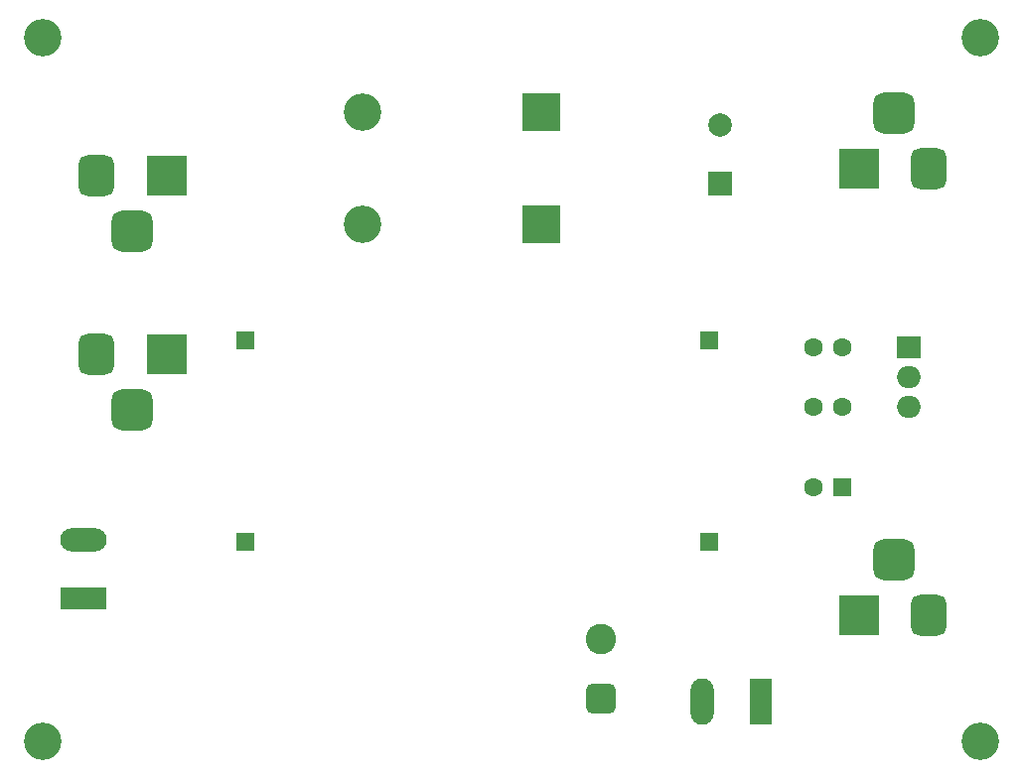
<source format=gts>
%TF.GenerationSoftware,KiCad,Pcbnew,7.0.2-6a45011f42~172~ubuntu22.04.1*%
%TF.CreationDate,2023-04-19T21:38:03+05:30*%
%TF.ProjectId,UPS_for_router,5550535f-666f-4725-9f72-6f757465722e,2*%
%TF.SameCoordinates,Original*%
%TF.FileFunction,Soldermask,Top*%
%TF.FilePolarity,Negative*%
%FSLAX46Y46*%
G04 Gerber Fmt 4.6, Leading zero omitted, Abs format (unit mm)*
G04 Created by KiCad (PCBNEW 7.0.2-6a45011f42~172~ubuntu22.04.1) date 2023-04-19 21:38:03*
%MOMM*%
%LPD*%
G01*
G04 APERTURE LIST*
G04 Aperture macros list*
%AMRoundRect*
0 Rectangle with rounded corners*
0 $1 Rounding radius*
0 $2 $3 $4 $5 $6 $7 $8 $9 X,Y pos of 4 corners*
0 Add a 4 corners polygon primitive as box body*
4,1,4,$2,$3,$4,$5,$6,$7,$8,$9,$2,$3,0*
0 Add four circle primitives for the rounded corners*
1,1,$1+$1,$2,$3*
1,1,$1+$1,$4,$5*
1,1,$1+$1,$6,$7*
1,1,$1+$1,$8,$9*
0 Add four rect primitives between the rounded corners*
20,1,$1+$1,$2,$3,$4,$5,0*
20,1,$1+$1,$4,$5,$6,$7,0*
20,1,$1+$1,$6,$7,$8,$9,0*
20,1,$1+$1,$8,$9,$2,$3,0*%
G04 Aperture macros list end*
%ADD10R,3.200000X3.200000*%
%ADD11O,3.200000X3.200000*%
%ADD12R,3.500000X3.500000*%
%ADD13RoundRect,0.750000X-0.750000X-1.000000X0.750000X-1.000000X0.750000X1.000000X-0.750000X1.000000X0*%
%ADD14RoundRect,0.875000X-0.875000X-0.875000X0.875000X-0.875000X0.875000X0.875000X-0.875000X0.875000X0*%
%ADD15RoundRect,0.750000X0.750000X1.000000X-0.750000X1.000000X-0.750000X-1.000000X0.750000X-1.000000X0*%
%ADD16RoundRect,0.875000X0.875000X0.875000X-0.875000X0.875000X-0.875000X-0.875000X0.875000X-0.875000X0*%
%ADD17R,1.600000X1.600000*%
%ADD18C,1.600000*%
%ADD19C,3.200000*%
%ADD20R,1.980000X3.960000*%
%ADD21O,1.980000X3.960000*%
%ADD22R,2.000000X2.000000*%
%ADD23C,2.000000*%
%ADD24R,3.960000X1.980000*%
%ADD25O,3.960000X1.980000*%
%ADD26RoundRect,0.650000X0.650000X-0.650000X0.650000X0.650000X-0.650000X0.650000X-0.650000X-0.650000X0*%
%ADD27C,2.600000*%
%ADD28R,1.524000X1.524000*%
%ADD29R,2.000000X1.905000*%
%ADD30O,2.000000X1.905000*%
G04 APERTURE END LIST*
D10*
X140970000Y-79375000D03*
D11*
X125730000Y-79375000D03*
D12*
X109025000Y-90482500D03*
D13*
X103025000Y-90482500D03*
D14*
X106025000Y-95182500D03*
D10*
X140970000Y-69850000D03*
D11*
X125730000Y-69850000D03*
D12*
X167990000Y-112717500D03*
D15*
X173990000Y-112717500D03*
D16*
X170990000Y-108017500D03*
D17*
X166624000Y-101854000D03*
D18*
X164124000Y-101854000D03*
D19*
X98472000Y-123524000D03*
D12*
X109025000Y-75242500D03*
D13*
X103025000Y-75242500D03*
D14*
X106025000Y-79942500D03*
D20*
X159645000Y-120140000D03*
D21*
X154645000Y-120140000D03*
D18*
X166624000Y-94996000D03*
X164124000Y-94996000D03*
D22*
X156210000Y-75934447D03*
D23*
X156210000Y-70934447D03*
D19*
X178388000Y-123524000D03*
X178388000Y-63420000D03*
D24*
X101870000Y-111280000D03*
D25*
X101870000Y-106280000D03*
D26*
X146050000Y-119888000D03*
D27*
X146050000Y-114808000D03*
D12*
X167990000Y-74617500D03*
D15*
X173990000Y-74617500D03*
D16*
X170990000Y-69917500D03*
D19*
X98472000Y-63420000D03*
D28*
X155205300Y-106488100D03*
X155205300Y-89317700D03*
X115733700Y-89317700D03*
X115733700Y-106462700D03*
D18*
X166624000Y-89916000D03*
X164124000Y-89916000D03*
D29*
X172283000Y-89916000D03*
D30*
X172283000Y-92456000D03*
X172283000Y-94996000D03*
M02*

</source>
